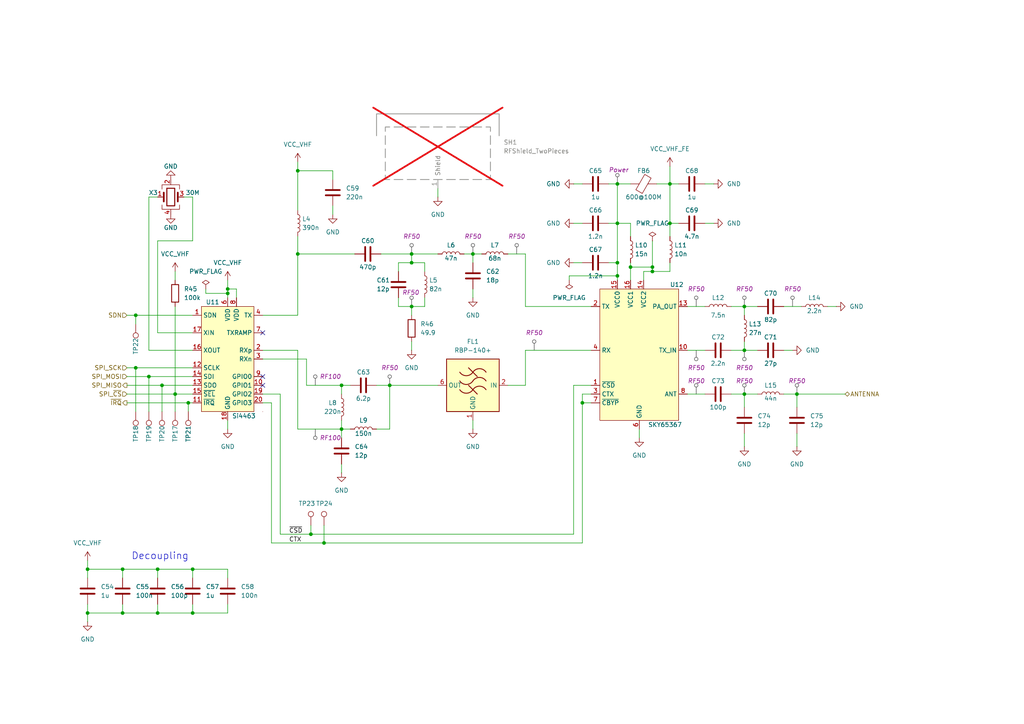
<source format=kicad_sch>
(kicad_sch (version 20250114) (generator "eeschema") (generator_version "9.0")
  (paper "A4")
  (title_block (title "Spino Com System - RF VHF") (date "2025-03-24") (rev "v2.1") (company "AMSAT-F/Electrolab - Y.Avelino/A.Meckenstock "))
  (lib_symbols
    (symbol "Connector:TestPoint" (pin_numbers (hide yes)) (pin_names (offset 0.762) (hide yes))
      (property "Reference" "TP" (at 0 6.858 0))
      (property "Value" "TestPoint" (at 0 5.08 0))
      (symbol "TestPoint_1_1"
        (pin passive line (at 0 0 90) (length 2.54) (name "1") (number "1"))
      )
    )
    (symbol "Device:C" (pin_numbers (hide yes)) (pin_names (offset 0.254))
      (property "Reference" "C" (at 0.635 2.54 0))
      (property "Value" "C" (at 0.635 -2.54 0))
      (symbol "C_1_1"
        (pin passive line (at 0 3.81 270) (length 2.794) (name "~") (number "1"))
        (pin passive line (at 0 -3.81 90) (length 2.794) (name "~") (number "2"))
      )
    )
    (symbol "Device:Crystal_GND24" (pin_names (offset 1.016) (hide yes))
      (property "Reference" "Y" (at 3.175 5.08 0))
      (property "Value" "Crystal_GND24" (at 3.175 3.175 0))
      (symbol "Crystal_GND24_1_1"
        (pin passive line (at -3.81 0 0) (length 1.27) (name "1") (number "1"))
        (pin passive line (at 0 5.08 270) (length 1.27) (name "2") (number "2"))
        (pin passive line (at 0 -5.08 90) (length 1.27) (name "4") (number "4"))
        (pin passive line (at 3.81 0 180) (length 1.27) (name "3") (number "3"))
      )
    )
    (symbol "Device:FerriteBead" (pin_numbers (hide yes)) (pin_names (offset 0))
      (property "Reference" "FB" (at -3.81 0.635 90))
      (property "Value" "FerriteBead" (at 3.81 0 90))
      (symbol "FerriteBead_1_1"
        (pin passive line (at 0 3.81 270) (length 2.54) (name "~") (number "1"))
        (pin passive line (at 0 -3.81 90) (length 2.54) (name "~") (number "2"))
      )
    )
    (symbol "Device:L" (pin_numbers (hide yes)) (pin_names (offset 1.016) (hide yes))
      (property "Reference" "L" (at -1.27 0 90))
      (property "Value" "L" (at 1.905 0 90))
      (symbol "L_1_1"
        (pin passive line (at 0 3.81 270) (length 1.27) (name "1") (number "1"))
        (pin passive line (at 0 -3.81 90) (length 1.27) (name "2") (number "2"))
      )
    )
    (symbol "Device:R" (pin_numbers (hide yes)) (pin_names (offset 0))
      (property "Reference" "R" (at 2.032 0 90))
      (property "Value" "R" (at 0 0 90))
      (symbol "R_1_1"
        (pin passive line (at 0 3.81 270) (length 1.27) (name "~") (number "1"))
        (pin passive line (at 0 -3.81 90) (length 1.27) (name "~") (number "2"))
      )
    )
    (symbol "Device:RFShield_TwoPieces" (pin_names (offset 1.016))
      (property "Reference" "J" (at 0 5.08 0))
      (property "Value" "RFShield_TwoPieces" (at 0 2.54 0))
      (symbol "RFShield_TwoPieces_1_1"
        (pin passive line (at 0 -10.16 90) (length 2.54) (name "Shield") (number "1"))
      )
    )
    (symbol "RF:Si4463"
      (property "Reference" "U" (at -6.35 16.51 0))
      (property "Value" "Si4463" (at 6.35 16.51 0))
      (symbol "Si4463_1_1"
        (pin input line (at -10.16 12.7 0) (length 2.54) (name "SDN") (number "1"))
        (pin input line (at -10.16 7.62 0) (length 2.54) (name "XIN") (number "17"))
        (pin passive line (at -10.16 2.54 0) (length 2.54) (name "XOUT") (number "16"))
        (pin input line (at -10.16 -2.54 0) (length 2.54) (name "SCLK") (number "12"))
        (pin input line (at -10.16 -5.08 0) (length 2.54) (name "SDI") (number "14"))
        (pin output line (at -10.16 -7.62 0) (length 2.54) (name "SDO") (number "13"))
        (pin input line (at -10.16 -10.16 0) (length 2.54) (name "~{SEL}") (number "15"))
        (pin open_collector line (at -10.16 -12.7 0) (length 2.54) (name "~{IRQ}") (number "11"))
        (pin power_in line (at 0 17.78 270) (length 2.54) (name "VDD") (number "6"))
        (pin power_in line (at 0 -17.78 90) (length 2.54) (name "GND") (number "18"))
        (pin passive line (at 0 -17.78 90) (length 2.54) (hide yes) (name "GND") (number "21"))
        (pin power_in line (at 2.54 17.78 270) (length 2.54) (name "VDD") (number "8"))
        (pin no_connect line (at 7.62 -15.24 180) (length 2.54) (hide yes) (name "NC") (number "5"))
        (pin output line (at 10.16 12.7 180) (length 2.54) (name "TX") (number "4"))
        (pin output line (at 10.16 7.62 180) (length 2.54) (name "TXRAMP") (number "7"))
        (pin input line (at 10.16 2.54 180) (length 2.54) (name "RXp") (number "2"))
        (pin input line (at 10.16 0 180) (length 2.54) (name "RXn") (number "3"))
        (pin bidirectional line (at 10.16 -5.08 180) (length 2.54) (name "GPIO0") (number "9"))
        (pin bidirectional line (at 10.16 -7.62 180) (length 2.54) (name "GPIO1") (number "10"))
        (pin bidirectional line (at 10.16 -10.16 180) (length 2.54) (name "GPIO2") (number "19"))
        (pin bidirectional line (at 10.16 -12.7 180) (length 2.54) (name "GPIO3") (number "20"))
      )
    )
    (symbol "RF_Amplifier_spino_cs:SKY65367"
      (property "Reference" "U" (at 8.89 19.05 0))
      (property "Value" "SKY65367" (at 6.35 -21.59 0))
      (symbol "SKY65367_1_1"
        (pin input line (at -13.97 12.7 0) (length 2.54) (name "TX") (number "2"))
        (pin output line (at -13.97 0 0) (length 2.54) (name "RX") (number "4"))
        (pin input line (at -13.97 -10.16 0) (length 2.54) (name "~{CSD}") (number "1"))
        (pin input line (at -13.97 -12.7 0) (length 2.54) (name "CTX") (number "3"))
        (pin input line (at -13.97 -15.24 0) (length 2.54) (name "~{CBYP}") (number "7"))
        (pin power_in line (at -6.35 20.32 270) (length 2.54) (name "VCC0") (number "15"))
        (pin no_connect line (at -3.81 -22.86 90) (length 2.54) (hide yes) (name "NC") (number "5"))
        (pin power_in line (at -2.54 20.32 270) (length 2.54) (name "VCC1") (number "16"))
        (pin power_in line (at 0 -22.86 90) (length 2.54) (hide yes) (name "GND") (number "11"))
        (pin power_in line (at 0 -22.86 90) (length 2.54) (hide yes) (name "GND") (number "12"))
        (pin power_in line (at 0 -22.86 90) (length 2.54) (hide yes) (name "GND") (number "17"))
        (pin power_in line (at 0 -22.86 90) (length 2.54) (name "GND") (number "6"))
        (pin power_in line (at 0 -22.86 90) (length 2.54) (hide yes) (name "GND") (number "9"))
        (pin power_in line (at 1.27 20.32 270) (length 2.54) (name "VCC2") (number "14"))
        (pin output line (at 13.97 12.7 180) (length 2.54) (name "PA_OUT") (number "13"))
        (pin input line (at 13.97 0 180) (length 2.54) (name "TX_IN") (number "10"))
        (pin bidirectional line (at 13.97 -12.7 180) (length 2.54) (name "ANT") (number "8"))
      )
    )
    (symbol "RF_Filter_spino_cs:RBP-140+"
      (property "Reference" "FL" (at 0 8.89 0))
      (property "Value" "RBP-140+" (at 3.81 -8.89 0))
      (symbol "RBP-140+_1_1"
        (pin passive line (at -10.16 0 0) (length 2.54) (name "IN") (number "2"))
        (pin passive line (at 0 -10.16 90) (length 2.54) (name "GND") (number "1"))
        (pin passive line (at 0 -10.16 90) (length 2.54) (hide yes) (name "GND") (number "3"))
        (pin passive line (at 0 -10.16 90) (length 2.54) (hide yes) (name "GND") (number "4"))
        (pin passive line (at 0 -10.16 90) (length 2.54) (hide yes) (name "GND") (number "5"))
        (pin passive line (at 0 -10.16 90) (length 2.54) (hide yes) (name "GND") (number "7"))
        (pin passive line (at 0 -10.16 90) (length 2.54) (hide yes) (name "GND") (number "8"))
        (pin passive line (at 10.16 0 180) (length 2.54) (name "OUT") (number "6"))
      )
    )
    (symbol "power:GND" (power) (pin_numbers (hide yes)) (pin_names (offset 0) (hide yes))
      (property "Value" "GND" (at 0 -3.81 0))
      (symbol "GND_1_1"
        (pin power_in line (at 0 0 270) (length 0) (name "~") (number "1"))
      )
    )
    (symbol "power:PWR_FLAG" (power) (pin_numbers (hide yes)) (pin_names (offset 0) (hide yes))
      (property "Value" "PWR_FLAG" (at 0 3.81 0))
      (symbol "PWR_FLAG_0_0"
        (pin power_out line (at 0 0 90) (length 0) (name "~") (number "1"))
      )
    )
    (symbol "power_spino_cs:VCC_VHF" (power) (pin_names (offset 0))
      (property "Value" "VCC_VHF" (at 0 3.81 0))
      (symbol "VCC_VHF_1_1"
        (pin power_in line (at 0 0 90) (length 0) (hide yes) (name "VCC_VHF") (number "1"))
      )
    )
    (symbol "power_spino_cs:VCC_VHF_FE" (power) (pin_names (offset 0))
      (property "Value" "VCC_VHF_FE" (at 0 3.81 0))
      (symbol "VCC_VHF_FE_1_1"
        (pin power_in line (at 0 0 90) (length 0) (hide yes) (name "VCC_VHF_FE") (number "1"))
      )
    )
  )
  (text "Decoupling" (at 38.1 162.56 0) (effects (font (size 2 2)) (justify left bottom)))
  (junction (at 93.98 157.48))
  (junction (at 189.23 78.74))
  (junction (at 66.04 85.09))
  (junction (at 179.07 53.34))
  (junction (at 46.99 111.76))
  (junction (at 66.04 83.82))
  (junction (at 182.88 77.47))
  (junction (at 39.37 106.68))
  (junction (at 119.38 76.2))
  (junction (at 35.56 177.8))
  (junction (at 90.17 154.94))
  (junction (at 119.38 73.66))
  (junction (at 55.88 177.8))
  (junction (at 86.36 49.53))
  (junction (at 45.72 177.8))
  (junction (at 99.06 111.76))
  (junction (at 113.03 111.76))
  (junction (at 55.88 165.1))
  (junction (at 179.07 80.01))
  (junction (at 50.8 114.3))
  (junction (at 231.14 114.3))
  (junction (at 215.9 114.3))
  (junction (at 54.61 116.84))
  (junction (at 43.18 109.22))
  (junction (at 86.36 73.66))
  (junction (at 137.16 73.66))
  (junction (at 25.4 177.8))
  (junction (at 194.31 53.34))
  (junction (at 35.56 165.1))
  (junction (at 179.07 64.77))
  (junction (at 25.4 165.1))
  (junction (at 194.31 64.77))
  (junction (at 189.23 77.47))
  (junction (at 179.07 76.2))
  (junction (at 39.37 91.44))
  (junction (at 168.91 116.84))
  (junction (at 99.06 124.46))
  (junction (at 215.9 88.9))
  (junction (at 119.38 88.9))
  (junction (at 45.72 165.1))
  (junction (at 215.9 101.6))
  (no_connect (at 76.2 96.52))
  (no_connect (at 76.2 111.76))
  (no_connect (at 76.2 109.22))
  (wire (pts (xy 36.83 91.44) (xy 39.37 91.44)))
  (wire (pts (xy 190.5 53.34) (xy 194.31 53.34)))
  (wire (pts (xy 66.04 83.82) (xy 66.04 85.09)))
  (wire (pts (xy 90.17 154.94) (xy 166.37 154.94)))
  (wire (pts (xy 81.28 154.94) (xy 81.28 114.3)))
  (wire (pts (xy 152.4 88.9) (xy 152.4 73.66)))
  (wire (pts (xy 168.91 157.48) (xy 168.91 116.84)))
  (wire (pts (xy 194.31 78.74) (xy 194.31 76.2)))
  (wire (pts (xy 194.31 64.77) (xy 194.31 68.58)))
  (wire (pts (xy 90.17 154.94) (xy 81.28 154.94)))
  (wire (pts (xy 45.72 175.26) (xy 45.72 177.8)))
  (wire (pts (xy 194.31 53.34) (xy 194.31 64.77)))
  (wire (pts (xy 99.06 111.76) (xy 99.06 114.3)))
  (wire (pts (xy 137.16 83.82) (xy 137.16 86.36)))
  (wire (pts (xy 43.18 109.22) (xy 43.18 119.38)))
  (wire (pts (xy 137.16 121.92) (xy 137.16 124.46)))
  (wire (pts (xy 189.23 78.74) (xy 194.31 78.74)))
  (wire (pts (xy 227.33 101.6) (xy 229.87 101.6)))
  (wire (pts (xy 176.53 64.77) (xy 179.07 64.77)))
  (wire (pts (xy 25.4 165.1) (xy 35.56 165.1)))
  (wire (pts (xy 43.18 57.15) (xy 45.72 57.15)))
  (wire (pts (xy 55.88 165.1) (xy 66.04 165.1)))
  (wire (pts (xy 99.06 121.92) (xy 99.06 124.46)))
  (wire (pts (xy 86.36 49.53) (xy 96.52 49.53)))
  (wire (pts (xy 78.74 116.84) (xy 78.74 157.48)))
  (wire (pts (xy 39.37 91.44) (xy 39.37 93.98)))
  (wire (pts (xy 45.72 69.85) (xy 45.72 96.52)))
  (wire (pts (xy 25.4 177.8) (xy 35.56 177.8)))
  (wire (pts (xy 99.06 124.46) (xy 99.06 127)))
  (wire (pts (xy 25.4 162.56) (xy 25.4 165.1)))
  (wire (pts (xy 66.04 85.09) (xy 66.04 86.36)))
  (wire (pts (xy 194.31 64.77) (xy 196.85 64.77)))
  (wire (pts (xy 182.88 64.77) (xy 182.88 68.58)))
  (wire (pts (xy 35.56 175.26) (xy 35.56 177.8)))
  (wire (pts (xy 88.9 111.76) (xy 99.06 111.76)))
  (wire (pts (xy 81.28 114.3) (xy 76.2 114.3)))
  (wire (pts (xy 88.9 104.14) (xy 88.9 111.76)))
  (wire (pts (xy 55.88 175.26) (xy 55.88 177.8)))
  (wire (pts (xy 166.37 53.34) (xy 168.91 53.34)))
  (wire (pts (xy 109.22 124.46) (xy 113.03 124.46)))
  (wire (pts (xy 35.56 165.1) (xy 45.72 165.1)))
  (wire (pts (xy 179.07 76.2) (xy 179.07 80.01)))
  (wire (pts (xy 134.62 73.66) (xy 137.16 73.66)))
  (wire (pts (xy 53.34 57.15) (xy 55.88 57.15)))
  (wire (pts (xy 25.4 175.26) (xy 25.4 177.8)))
  (wire (pts (xy 93.98 157.48) (xy 93.98 152.4)))
  (wire (pts (xy 215.9 88.9) (xy 219.71 88.9)))
  (wire (pts (xy 66.04 83.82) (xy 68.58 83.82)))
  (wire (pts (xy 39.37 106.68) (xy 55.88 106.68)))
  (wire (pts (xy 113.03 124.46) (xy 113.03 111.76)))
  (wire (pts (xy 101.6 111.76) (xy 99.06 111.76)))
  (wire (pts (xy 76.2 116.84) (xy 78.74 116.84)))
  (wire (pts (xy 99.06 134.62) (xy 99.06 137.16)))
  (wire (pts (xy 176.53 76.2) (xy 179.07 76.2)))
  (wire (pts (xy 171.45 111.76) (xy 166.37 111.76)))
  (wire (pts (xy 36.83 106.68) (xy 39.37 106.68)))
  (wire (pts (xy 45.72 165.1) (xy 45.72 167.64)))
  (wire (pts (xy 90.17 154.94) (xy 90.17 152.4)))
  (wire (pts (xy 86.36 46.99) (xy 86.36 49.53)))
  (wire (pts (xy 45.72 177.8) (xy 55.88 177.8)))
  (wire (pts (xy 45.72 165.1) (xy 55.88 165.1)))
  (wire (pts (xy 215.9 101.6) (xy 219.71 101.6)))
  (wire (pts (xy 115.57 76.2) (xy 115.57 78.74)))
  (wire (pts (xy 212.09 88.9) (xy 215.9 88.9)))
  (wire (pts (xy 186.69 78.74) (xy 189.23 78.74)))
  (wire (pts (xy 66.04 165.1) (xy 66.04 167.64)))
  (wire (pts (xy 199.39 114.3) (xy 204.47 114.3)))
  (wire (pts (xy 86.36 124.46) (xy 86.36 101.6)))
  (wire (pts (xy 137.16 73.66) (xy 139.7 73.66)))
  (wire (pts (xy 215.9 88.9) (xy 215.9 91.44)))
  (wire (pts (xy 231.14 114.3) (xy 231.14 118.11)))
  (wire (pts (xy 231.14 125.73) (xy 231.14 129.54)))
  (wire (pts (xy 113.03 111.76) (xy 127 111.76)))
  (wire (pts (xy 93.98 157.48) (xy 168.91 157.48)))
  (wire (pts (xy 36.83 111.76) (xy 46.99 111.76)))
  (wire (pts (xy 204.47 64.77) (xy 207.01 64.77)))
  (wire (pts (xy 86.36 73.66) (xy 86.36 68.58)))
  (wire (pts (xy 119.38 88.9) (xy 119.38 91.44)))
  (wire (pts (xy 86.36 73.66) (xy 102.87 73.66)))
  (wire (pts (xy 54.61 116.84) (xy 54.61 119.38)))
  (wire (pts (xy 168.91 116.84) (xy 168.91 114.3)))
  (wire (pts (xy 55.88 177.8) (xy 66.04 177.8)))
  (wire (pts (xy 25.4 177.8) (xy 25.4 180.34)))
  (wire (pts (xy 35.56 177.8) (xy 45.72 177.8)))
  (wire (pts (xy 119.38 76.2) (xy 115.57 76.2)))
  (wire (pts (xy 50.8 114.3) (xy 50.8 119.38)))
  (wire (pts (xy 43.18 101.6) (xy 43.18 57.15)))
  (wire (pts (xy 179.07 64.77) (xy 179.07 76.2)))
  (wire (pts (xy 182.88 77.47) (xy 189.23 77.47)))
  (wire (pts (xy 113.03 111.76) (xy 109.22 111.76)))
  (wire (pts (xy 199.39 101.6) (xy 204.47 101.6)))
  (wire (pts (xy 66.04 177.8) (xy 66.04 175.26)))
  (wire (pts (xy 55.88 69.85) (xy 45.72 69.85)))
  (wire (pts (xy 78.74 157.48) (xy 93.98 157.48)))
  (wire (pts (xy 240.03 88.9) (xy 242.57 88.9)))
  (wire (pts (xy 25.4 167.64) (xy 25.4 165.1)))
  (wire (pts (xy 46.99 111.76) (xy 55.88 111.76)))
  (wire (pts (xy 147.32 111.76) (xy 152.4 111.76)))
  (wire (pts (xy 231.14 114.3) (xy 245.11 114.3)))
  (wire (pts (xy 212.09 101.6) (xy 215.9 101.6)))
  (wire (pts (xy 152.4 73.66) (xy 147.32 73.66)))
  (wire (pts (xy 50.8 78.74) (xy 50.8 81.28)))
  (wire (pts (xy 215.9 99.06) (xy 215.9 101.6)))
  (wire (pts (xy 50.8 114.3) (xy 55.88 114.3)))
  (wire (pts (xy 86.36 73.66) (xy 86.36 91.44)))
  (wire (pts (xy 127 54.61) (xy 127 57.15)))
  (wire (pts (xy 168.91 114.3) (xy 171.45 114.3)))
  (wire (pts (xy 168.91 116.84) (xy 171.45 116.84)))
  (wire (pts (xy 36.83 114.3) (xy 50.8 114.3)))
  (wire (pts (xy 99.06 124.46) (xy 86.36 124.46)))
  (wire (pts (xy 189.23 69.85) (xy 189.23 77.47)))
  (wire (pts (xy 165.1 81.28) (xy 165.1 80.01)))
  (wire (pts (xy 215.9 114.3) (xy 219.71 114.3)))
  (wire (pts (xy 54.61 116.84) (xy 55.88 116.84)))
  (wire (pts (xy 66.04 81.28) (xy 66.04 83.82)))
  (wire (pts (xy 86.36 91.44) (xy 76.2 91.44)))
  (wire (pts (xy 96.52 59.69) (xy 96.52 62.23)))
  (wire (pts (xy 152.4 101.6) (xy 152.4 111.76)))
  (wire (pts (xy 171.45 88.9) (xy 152.4 88.9)))
  (wire (pts (xy 76.2 104.14) (xy 88.9 104.14)))
  (wire (pts (xy 166.37 76.2) (xy 168.91 76.2)))
  (wire (pts (xy 115.57 86.36) (xy 115.57 88.9)))
  (wire (pts (xy 194.31 48.26) (xy 194.31 53.34)))
  (wire (pts (xy 137.16 73.66) (xy 137.16 76.2)))
  (wire (pts (xy 194.31 53.34) (xy 196.85 53.34)))
  (wire (pts (xy 215.9 114.3) (xy 215.9 118.11)))
  (wire (pts (xy 215.9 125.73) (xy 215.9 129.54)))
  (wire (pts (xy 119.38 73.66) (xy 127 73.66)))
  (wire (pts (xy 182.88 64.77) (xy 179.07 64.77)))
  (wire (pts (xy 165.1 80.01) (xy 179.07 80.01)))
  (wire (pts (xy 86.36 60.96) (xy 86.36 49.53)))
  (wire (pts (xy 66.04 121.92) (xy 66.04 124.46)))
  (wire (pts (xy 179.07 53.34) (xy 182.88 53.34)))
  (wire (pts (xy 76.2 101.6) (xy 86.36 101.6)))
  (wire (pts (xy 96.52 49.53) (xy 96.52 52.07)))
  (wire (pts (xy 185.42 124.46) (xy 185.42 127)))
  (wire (pts (xy 119.38 99.06) (xy 119.38 101.6)))
  (wire (pts (xy 123.19 78.74) (xy 123.19 76.2)))
  (wire (pts (xy 59.69 85.09) (xy 66.04 85.09)))
  (wire (pts (xy 204.47 53.34) (xy 207.01 53.34)))
  (wire (pts (xy 212.09 114.3) (xy 215.9 114.3)))
  (wire (pts (xy 55.88 165.1) (xy 55.88 167.64)))
  (wire (pts (xy 182.88 76.2) (xy 182.88 77.47)))
  (wire (pts (xy 36.83 109.22) (xy 43.18 109.22)))
  (wire (pts (xy 50.8 88.9) (xy 50.8 114.3)))
  (wire (pts (xy 179.07 53.34) (xy 179.07 64.77)))
  (wire (pts (xy 227.33 114.3) (xy 231.14 114.3)))
  (wire (pts (xy 59.69 83.82) (xy 59.69 85.09)))
  (wire (pts (xy 166.37 64.77) (xy 168.91 64.77)))
  (wire (pts (xy 179.07 80.01) (xy 179.07 81.28)))
  (wire (pts (xy 110.49 73.66) (xy 119.38 73.66)))
  (wire (pts (xy 39.37 91.44) (xy 55.88 91.44)))
  (wire (pts (xy 227.33 88.9) (xy 232.41 88.9)))
  (wire (pts (xy 119.38 88.9) (xy 123.19 88.9)))
  (wire (pts (xy 171.45 101.6) (xy 152.4 101.6)))
  (wire (pts (xy 35.56 165.1) (xy 35.56 167.64)))
  (wire (pts (xy 46.99 111.76) (xy 46.99 119.38)))
  (wire (pts (xy 99.06 124.46) (xy 101.6 124.46)))
  (wire (pts (xy 43.18 109.22) (xy 55.88 109.22)))
  (wire (pts (xy 45.72 96.52) (xy 55.88 96.52)))
  (wire (pts (xy 55.88 101.6) (xy 43.18 101.6)))
  (wire (pts (xy 55.88 57.15) (xy 55.88 69.85)))
  (wire (pts (xy 176.53 53.34) (xy 179.07 53.34)))
  (wire (pts (xy 119.38 76.2) (xy 119.38 73.66)))
  (wire (pts (xy 68.58 83.82) (xy 68.58 86.36)))
  (wire (pts (xy 36.83 116.84) (xy 54.61 116.84)))
  (wire (pts (xy 166.37 111.76) (xy 166.37 154.94)))
  (wire (pts (xy 182.88 77.47) (xy 182.88 81.28)))
  (wire (pts (xy 199.39 88.9) (xy 204.47 88.9)))
  (wire (pts (xy 39.37 106.68) (xy 39.37 119.38)))
  (wire (pts (xy 186.69 81.28) (xy 186.69 78.74)))
  (wire (pts (xy 189.23 77.47) (xy 189.23 78.74)))
  (wire (pts (xy 115.57 88.9) (xy 119.38 88.9)))
  (wire (pts (xy 123.19 88.9) (xy 123.19 86.36)))
  (wire (pts (xy 123.19 76.2) (xy 119.38 76.2)))
  (label "~{CSD}" (at 83.82 154.94 0))
  (label "CTX" (at 83.82 157.48 0))
  (hierarchical_label "SPI_MISO" (shape output) (at 36.83 111.76 180))
  (hierarchical_label "SPI_SCK" (shape input) (at 36.83 106.68 180))
  (hierarchical_label "ANTENNA" (shape bidirectional) (at 245.11 114.3 0))
  (hierarchical_label "SDN" (shape input) (at 36.83 91.44 180))
  (hierarchical_label "SPI_MOSI" (shape input) (at 36.83 109.22 180))
  (hierarchical_label "SPI_~{CS}" (shape input) (at 36.83 114.3 180))
  (hierarchical_label "~{IRQ}" (shape output) (at 36.83 116.84 180))
  (netclass_flag "" (length 2.54) (shape round) (at 154.94 101.6 0) (property "Netclass" "RF50" (at 154.94 96.52 0) (effects (font (italic yes)))))
  (netclass_flag "" (length 2.54) (shape round) (at 119.38 88.9 0) (property "Netclass" "RF50" (at 119.126 84.836 0) (effects (font (italic yes)))))
  (netclass_flag "" (length 2.54) (shape round) (at 119.38 73.66 0) (property "Netclass" "RF50" (at 119.38 68.58 0) (effects (font (italic yes)))))
  (netclass_flag "" (length 2.54) (shape round) (at 215.9 114.3 0) (property "Netclass" "RF50" (at 215.9 110.49 0) (effects (font (italic yes)))))
  (netclass_flag "" (length 2.54) (shape round) (at 201.93 114.3 0) (property "Netclass" "RF50" (at 201.93 110.49 0) (effects (font (italic yes)))))
  (netclass_flag "" (length 2.54) (shape round) (at 231.14 114.3 0) (property "Netclass" "RF50" (at 231.14 110.49 0) (effects (font (italic yes)))))
  (netclass_flag "" (length 2.54) (shape round) (at 215.9 88.9 0) (property "Netclass" "RF50" (at 215.9 83.82 0) (effects (font (italic yes)))))
  (netclass_flag "" (length 2.54) (shape round) (at 91.44 124.46 180) (property "Netclass" "RF100" (at 92.71 127 0) (effects (font (italic yes)) (justify left))))
  (netclass_flag "" (length 2.54) (shape round) (at 215.9 101.6 180) (property "Netclass" "RF50" (at 215.9 106.68 0) (effects (font (italic yes)))))
  (netclass_flag "" (length 2.54) (shape round) (at 149.86 73.66 0) (property "Netclass" "RF50" (at 149.86 68.58 0) (effects (font (italic yes)))))
  (netclass_flag "" (length 2.54) (shape round) (at 137.16 73.66 0) (property "Netclass" "RF50" (at 137.16 68.58 0) (effects (font (italic yes)))))
  (netclass_flag "" (length 2.54) (shape round) (at 229.87 88.9 0) (property "Netclass" "RF50" (at 229.87 83.82 0) (effects (font (italic yes)))))
  (netclass_flag "" (length 2.54) (shape round) (at 201.93 88.9 0) (property "Netclass" "RF50" (at 201.93 83.82 0) (effects (font (italic yes)))))
  (netclass_flag "" (length 2.54) (shape round) (at 91.44 111.76 0) (property "Netclass" "RF100" (at 92.71 109.22 0) (effects (font (italic yes)) (justify left))))
  (netclass_flag "" (length 2.54) (shape round) (at 113.03 111.76 0) (property "Netclass" "RF50" (at 113.03 106.68 0) (effects (font (italic yes)))))
  (netclass_flag "" (length 2.54) (shape round) (at 179.07 53.34 0) (property "Netclass" "Power" (at 176.53 49.276 0) (effects (font (italic yes)) (justify left))))
  (netclass_flag "" (length 2.54) (shape round) (at 201.93 101.6 180) (property "Netclass" "RF50" (at 201.93 106.68 0) (effects (font (italic yes)))))
  (symbol (lib_id "power:GND") (at 49.53 62.23 0) (unit 1)
    (property "Reference" "#PWR041" (effects (hide yes)))
    (property "Value" "GND" (at 49.53 66.04 0))
    (property "Description" "Power symbol creates a global label with name \"GND\" , ground" (effects (hide yes)))
  )
  (symbol (lib_id "Device:C") (at 96.52 55.88 0) (unit 1)
    (property "Reference" "C59" (at 100.33 54.6099 0) (effects (justify left)))
    (property "Value" "220n" (at 100.33 57.1499 0) (effects (justify left)))
    (property "Footprint" "Capacitor_SMD:C_0402_1005Metric" (effects (hide yes)))
    (property "Description" "Unpolarized capacitor" (effects (hide yes)))
    (property "SKU" "GCM155R71C224KE02D" (effects (hide yes)))
    (property "Temp Coeff" "X7R" (effects (hide yes)))
    (property "Tolerance" "10%" (effects (hide yes)))
    (property "Vendor" "Murata" (effects (hide yes)))
  )
  (symbol (lib_id "Device:RFShield_TwoPieces") (at 127 44.45 0) (unit 1) (dnp yes)
    (property "Reference" "SH1" (at 146.05 41.275 0) (effects (justify left)))
    (property "Value" "RFShield_TwoPieces" (at 146.05 43.815 0) (effects (justify left)))
    (property "Footprint" "RF_Shielding_spino_cs:Wuerth_3670405_40.5x18.9mm_CustomBottomLeftOpening2.2mm" (effects (hide yes)))
    (property "Description" "Two-piece EMI RF shielding cabinet" (effects (hide yes)))
    (property "SKU" "3670405" (effects (hide yes)))
    (property "Vendor" "Würth" (effects (hide yes)))
  )
  (symbol (lib_id "power_spino_cs:VCC_VHF") (at 25.4 162.56 0) (unit 1)
    (property "Reference" "#PWR0124" (effects (hide yes)))
    (property "Value" "VCC_VHF" (at 25.4 157.48 0))
    (property "Description" "Power symbol creates a global label with name \"VCC_VHF\"" (effects (hide yes)))
  )
  (symbol (lib_id "Device:C") (at 231.14 121.92 0) (unit 1)
    (property "Reference" "C75" (at 234.95 120.6499 0) (effects (justify left)))
    (property "Value" "12p" (at 234.95 123.1899 0) (effects (justify left)))
    (property "Footprint" "Capacitor_SMD:C_0603_1608Metric" (effects (hide yes)))
    (property "Description" "Unpolarized capacitor" (effects (hide yes)))
    (property "Temp Coeff" "C0G" (effects (hide yes)))
    (property "Tolerance" "1%" (effects (hide yes)))
    (property "SKU" "GCM1885C2A120FA16D" (effects (hide yes)))
    (property "Vendor" "Murata" (effects (hide yes)))
  )
  (symbol (lib_id "Device:C") (at 105.41 111.76 90) (unit 1)
    (property "Reference" "C63" (at 105.41 107.95 90))
    (property "Value" "6.2p" (at 105.41 115.57 90))
    (property "Footprint" "Capacitor_SMD:C_0603_1608Metric" (effects (hide yes)))
    (property "Description" "Unpolarized capacitor" (effects (hide yes)))
    (property "SKU" "GCM1885C2A6R2BA16D" (effects (hide yes)))
    (property "Temp Coeff" "C0G" (effects (hide yes)))
    (property "Tolerance" "0.1p" (effects (hide yes)))
    (property "Vendor" "Murata" (effects (hide yes)))
  )
  (symbol (lib_id "power:GND") (at 185.42 127 0) (unit 1)
    (property "Reference" "#PWR036" (effects (hide yes)))
    (property "Value" "GND" (at 185.42 132.08 0))
    (property "Description" "Power symbol creates a global label with name \"GND\" , ground" (effects (hide yes)))
  )
  (symbol (lib_id "Device:C") (at 172.72 64.77 270) (unit 1)
    (property "Reference" "C66" (at 172.72 60.96 90))
    (property "Value" "1.2n" (at 172.72 68.58 90))
    (property "Footprint" "Capacitor_SMD:C_0402_1005Metric" (effects (hide yes)))
    (property "Description" "Unpolarized capacitor" (effects (hide yes)))
    (property "SKU" "GCM155R72A122KA37D" (effects (hide yes)))
    (property "Temp Coeff" "X7R???" (effects (hide yes)))
    (property "Tolerance" "10%" (effects (hide yes)))
    (property "Vendor" "Murata" (effects (hide yes)))
  )
  (symbol (lib_id "Device:C") (at 55.88 171.45 0) (unit 1)
    (property "Reference" "C57" (at 59.69 170.1799 0) (effects (justify left)))
    (property "Value" "1u" (at 59.69 172.7199 0) (effects (justify left)))
    (property "Footprint" "Capacitor_SMD:C_0402_1005Metric" (effects (hide yes)))
    (property "Description" "Unpolarized capacitor" (effects (hide yes)))
    (property "SKU" "GCM155C71A105KE38D" (effects (hide yes)))
    (property "Temp Coeff" "X7S" (effects (hide yes)))
    (property "Vendor" "Murata" (effects (hide yes)))
  )
  (symbol (lib_id "Device:Crystal_GND24") (at 49.53 57.15 0) (unit 1)
    (property "Reference" "X3" (at 44.45 55.88 0))
    (property "Value" "30M" (at 55.88 55.88 0))
    (property "Footprint" "Crystal:Crystal_SMD_2016-4Pin_2.0x1.6mm" (effects (hide yes)))
    (property "Description" "Four pin crystal, GND on pins 2 and 4" (effects (hide yes)))
    (property "Vendor" "Würth" (effects (hide yes)))
    (property "SKU" "830108212809" (effects (hide yes)))
  )
  (symbol (lib_id "power:GND") (at 127 57.15 0) (unit 1)
    (property "Reference" "#PWR0132" (effects (hide yes)))
    (property "Value" "GND" (at 127 62.23 0))
    (property "Description" "Power symbol creates a global label with name \"GND\" , ground" (effects (hide yes)))
  )
  (symbol (lib_id "Device:L") (at 123.19 82.55 0) (unit 1)
    (property "Reference" "L5" (at 124.46 81.28 0) (effects (justify left)))
    (property "Value" "82n" (at 124.46 83.82 0) (effects (justify left)))
    (property "Footprint" "Inductor_SMD:L_0603_1608Metric" (effects (hide yes)))
    (property "Description" "Inductor" (effects (hide yes)))
    (property "SKU" "0603DC-82NXJRW" (effects (hide yes)))
    (property "Tolerance" "5%" (effects (hide yes)))
    (property "Vendor" "Coilcraft" (effects (hide yes)))
  )
  (symbol (lib_id "Device:L") (at 105.41 124.46 90) (unit 1)
    (property "Reference" "L9" (at 105.41 121.92 90))
    (property "Value" "150n" (at 105.41 125.73 90))
    (property "Footprint" "Inductor_SMD:L_0603_1608Metric" (effects (hide yes)))
    (property "Description" "Inductor" (effects (hide yes)))
    (property "SKU" "0603DC-R15XJRW" (effects (hide yes)))
    (property "Tolerance" "5%" (effects (hide yes)))
    (property "Vendor" "Coilcraft" (effects (hide yes)))
  )
  (symbol (lib_id "Device:L") (at 236.22 88.9 90) (unit 1)
    (property "Reference" "L14" (at 236.22 86.36 90))
    (property "Value" "2.2n" (at 236.22 90.17 90))
    (property "Footprint" "Inductor_SMD:L_0402_1005Metric" (effects (hide yes)))
    (property "Description" "Inductor" (effects (hide yes)))
    (property "SKU" "0402DC-2N2XJRW" (effects (hide yes)))
    (property "Tolerance" "2%" (effects (hide yes)))
    (property "Vendor" "Coilcraft" (effects (hide yes)))
  )
  (symbol (lib_id "RF_Amplifier_spino_cs:SKY65367") (at 185.42 101.6 0) (unit 1)
    (property "Reference" "U12" (at 194.31 82.55 0) (effects (justify left)))
    (property "Value" "SKY65367" (at 187.96 123.19 0) (effects (justify left)))
    (property "Footprint" "RF_spino_cs:Skyworks_MCM-L-16-1EP_4x4mm_P0.8mm_EP2x2mm" (effects (hide yes)))
    (property "Datasheet" "https://www.skyworksinc.com/-/media/SkyWorks/Documents/Products/1601-1700/SKY65367_11_PS_201956G.pdf" (effects (hide yes)))
    (property "Description" "169 to 170 MHz Transmit/Receive Front-End Module" (effects (hide yes)))
    (property "SKU" "SKY65367-11" (effects (hide yes)))
    (property "Vendor" "Skyworks" (effects (hide yes)))
  )
  (symbol (lib_id "Device:C") (at 172.72 76.2 270) (unit 1)
    (property "Reference" "C67" (at 172.72 72.39 90))
    (property "Value" "1.2n" (at 172.72 80.01 90))
    (property "Footprint" "Capacitor_SMD:C_0402_1005Metric" (effects (hide yes)))
    (property "Description" "Unpolarized capacitor" (effects (hide yes)))
    (property "SKU" "GCM155R72A122KA37D" (effects (hide yes)))
    (property "Temp Coeff" "X7R???" (effects (hide yes)))
    (property "Tolerance" "10%" (effects (hide yes)))
    (property "Vendor" "Murata" (effects (hide yes)))
  )
  (symbol (lib_id "power:GND") (at 242.57 88.9 90) (unit 1)
    (property "Reference" "#PWR039" (effects (hide yes)))
    (property "Value" "GND" (at 246.38 88.9 90) (effects (justify right)))
    (property "Description" "Power symbol creates a global label with name \"GND\" , ground" (effects (hide yes)))
  )
  (symbol (lib_id "Connector:TestPoint") (at 39.37 119.38 180) (unit 1) (in_bom no)
    (property "Reference" "TP18" (at 39.37 128.27 90) (effects (justify right)))
    (property "Value" "VHF_CLK" (effects (hide yes)))
    (property "Footprint" "TestPoint:TestPoint_Pad_D1.0mm" (effects (hide yes)))
    (property "Description" "test point" (effects (hide yes)))
  )
  (symbol (lib_id "Connector:TestPoint") (at 43.18 119.38 180) (unit 1) (in_bom no)
    (property "Reference" "TP19" (at 43.18 128.27 90) (effects (justify right)))
    (property "Value" "VHF_MOSI" (effects (hide yes)))
    (property "Footprint" "TestPoint:TestPoint_Pad_D1.0mm" (effects (hide yes)))
    (property "Description" "test point" (effects (hide yes)))
  )
  (symbol (lib_id "Device:C") (at 115.57 82.55 0) (unit 1)
    (property "Reference" "C61" (at 109.22 81.28 0) (effects (justify left)))
    (property "Value" "12p" (at 109.22 83.82 0) (effects (justify left)))
    (property "Footprint" "Capacitor_SMD:C_0603_1608Metric" (effects (hide yes)))
    (property "Description" "Unpolarized capacitor" (effects (hide yes)))
    (property "SKU" "GCM1885C2A120FA16D" (effects (hide yes)))
    (property "Temp Coeff" "C0G" (effects (hide yes)))
    (property "Tolerance" "1%" (effects (hide yes)))
    (property "Vendor" "Murata" (effects (hide yes)))
  )
  (symbol (lib_id "Device:L") (at 143.51 73.66 90) (unit 1)
    (property "Reference" "L7" (at 143.51 71.12 90))
    (property "Value" "68n" (at 143.51 74.93 90))
    (property "Footprint" "Inductor_SMD:L_0402_1005Metric" (effects (hide yes)))
    (property "Description" "Inductor" (effects (hide yes)))
    (property "SKU" "0402DC-68NXGRW" (effects (hide yes)))
    (property "Tolerance" "2%" (effects (hide yes)))
    (property "Vendor" "Coilcraft" (effects (hide yes)))
  )
  (symbol (lib_id "power:GND") (at 99.06 137.16 0) (unit 1)
    (property "Reference" "#PWR029" (effects (hide yes)))
    (property "Value" "GND" (at 99.06 142.24 0))
    (property "Description" "Power symbol creates a global label with name \"GND\" , ground" (effects (hide yes)))
  )
  (symbol (lib_id "power_spino_cs:VCC_VHF") (at 86.36 46.99 0) (unit 1)
    (property "Reference" "#PWR026" (effects (hide yes)))
    (property "Value" "VCC_VHF" (at 86.36 41.91 0))
    (property "Description" "Power symbol creates a global label with name \"VCC_VHF\"" (effects (hide yes)))
  )
  (symbol (lib_id "power:GND") (at 215.9 129.54 0) (unit 1)
    (property "Reference" "#PWR037" (effects (hide yes)))
    (property "Value" "GND" (at 215.9 134.62 0))
    (property "Description" "Power symbol creates a global label with name \"GND\" , ground" (effects (hide yes)))
  )
  (symbol (lib_id "Device:L") (at 130.81 73.66 90) (unit 1)
    (property "Reference" "L6" (at 130.81 71.12 90))
    (property "Value" "47n" (at 130.81 74.93 90))
    (property "Footprint" "Inductor_SMD:L_0402_1005Metric" (effects (hide yes)))
    (property "Description" "Inductor" (effects (hide yes)))
    (property "SKU" "0402DC-47NXGRW" (effects (hide yes)))
    (property "Tolerance" "2%" (effects (hide yes)))
    (property "Vendor" "Coilcraft" (effects (hide yes)))
  )
  (symbol (lib_id "power:GND") (at 166.37 64.77 270) (unit 1)
    (property "Reference" "#PWR033" (effects (hide yes)))
    (property "Value" "GND" (at 162.56 64.77 90) (effects (justify right)))
    (property "Description" "Power symbol creates a global label with name \"GND\" , ground" (effects (hide yes)))
  )
  (symbol (lib_id "Device:L") (at 86.36 64.77 0) (unit 1)
    (property "Reference" "L4" (at 87.63 63.5 0) (effects (justify left)))
    (property "Value" "390n" (at 87.63 66.04 0) (effects (justify left)))
    (property "Footprint" "Inductor_SMD:L_0603_1608Metric" (effects (hide yes)))
    (property "Description" "Inductor" (effects (hide yes)))
    (property "SKU" "0603DC-R39XJRW" (effects (hide yes)))
    (property "Tolerance" "5%" (effects (hide yes)))
    (property "Vendor" "Coilcraft" (effects (hide yes)))
  )
  (symbol (lib_id "Device:C") (at 200.66 53.34 90) (unit 1)
    (property "Reference" "C68" (at 200.66 49.53 90))
    (property "Value" "1u" (at 200.66 57.15 90))
    (property "Footprint" "Capacitor_SMD:C_0402_1005Metric" (effects (hide yes)))
    (property "Description" "Unpolarized capacitor" (effects (hide yes)))
    (property "SKU" "GCM155C71A105KE38D" (effects (hide yes)))
    (property "Temp Coeff" "X7S" (effects (hide yes)))
    (property "Vendor" "Murata" (effects (hide yes)))
  )
  (symbol (lib_id "power:GND") (at 66.04 124.46 0) (unit 1)
    (property "Reference" "#PWR024" (effects (hide yes)))
    (property "Value" "GND" (at 66.04 129.54 0))
    (property "Description" "Power symbol creates a global label with name \"GND\" , ground" (effects (hide yes)))
  )
  (symbol (lib_id "power:PWR_FLAG") (at 189.23 69.85 0) (unit 1)
    (property "Reference" "#FLG012" (effects (hide yes)))
    (property "Value" "PWR_FLAG" (at 189.23 64.77 0))
    (property "Description" "Special symbol for telling ERC where power comes from" (effects (hide yes)))
  )
  (symbol (lib_id "power:GND") (at 207.01 64.77 90) (unit 1)
    (property "Reference" "#PWR032" (effects (hide yes)))
    (property "Value" "GND" (at 210.82 64.77 90) (effects (justify right)))
    (property "Description" "Power symbol creates a global label with name \"GND\" , ground" (effects (hide yes)))
  )
  (symbol (lib_id "power:GND") (at 137.16 86.36 0) (unit 1)
    (property "Reference" "#PWR028" (effects (hide yes)))
    (property "Value" "GND" (at 137.16 91.44 0))
    (property "Description" "Power symbol creates a global label with name \"GND\" , ground" (effects (hide yes)))
  )
  (symbol (lib_id "Device:L") (at 182.88 72.39 0) (unit 1)
    (property "Reference" "L10" (at 184.15 71.12 0) (effects (justify left)))
    (property "Value" "15n" (at 184.15 73.66 0) (effects (justify left)))
    (property "Footprint" "Inductor_SMD:L_0402_1005Metric" (effects (hide yes)))
    (property "Description" "Inductor" (effects (hide yes)))
    (property "SKU" "0402DC-15NXJRW" (effects (hide yes)))
    (property "Tolerance" "5%" (effects (hide yes)))
    (property "Vendor" "Coilcraft" (effects (hide yes)))
  )
  (symbol (lib_id "Connector:TestPoint") (at 39.37 93.98 180) (unit 1) (in_bom no)
    (property "Reference" "TP22" (at 39.37 102.87 90) (effects (justify right)))
    (property "Value" "VHF_SDN" (effects (hide yes)))
    (property "Footprint" "TestPoint:TestPoint_Pad_D1.0mm" (effects (hide yes)))
    (property "Description" "test point" (effects (hide yes)))
  )
  (symbol (lib_id "Device:C") (at 137.16 80.01 0) (unit 1)
    (property "Reference" "C62" (at 140.97 78.7399 0) (effects (justify left)))
    (property "Value" "18p" (at 140.97 81.2799 0) (effects (justify left)))
    (property "Footprint" "Capacitor_SMD:C_0603_1608Metric" (effects (hide yes)))
    (property "Description" "Unpolarized capacitor" (effects (hide yes)))
    (property "SKU" "GCM1885C2A180FA16D" (effects (hide yes)))
    (property "Temp Coeff" "C0G" (effects (hide yes)))
    (property "Tolerance" "1%" (effects (hide yes)))
    (property "Vendor" "Murata" (effects (hide yes)))
  )
  (symbol (lib_id "power:PWR_FLAG") (at 165.1 81.28 180) (unit 1)
    (property "Reference" "#FLG011" (effects (hide yes)))
    (property "Value" "PWR_FLAG" (at 165.1 86.36 0))
    (property "Description" "Special symbol for telling ERC where power comes from" (effects (hide yes)))
  )
  (symbol (lib_id "Device:C") (at 223.52 88.9 90) (unit 1)
    (property "Reference" "C70" (at 223.52 85.09 90))
    (property "Value" "82p" (at 223.52 92.71 90))
    (property "Footprint" "Capacitor_SMD:C_0402_1005Metric" (effects (hide yes)))
    (property "Description" "Unpolarized capacitor" (effects (hide yes)))
    (property "SKU" "GCM1555C1H820FA16D" (effects (hide yes)))
    (property "Temp Coeff" "C0G" (effects (hide yes)))
    (property "Tolerance" "1%" (effects (hide yes)))
    (property "Vendor" "Murata" (effects (hide yes)))
  )
  (symbol (lib_id "Device:C") (at 172.72 53.34 270) (unit 1)
    (property "Reference" "C65" (at 172.72 49.53 90))
    (property "Value" "1u" (at 172.72 57.15 90))
    (property "Footprint" "Capacitor_SMD:C_0402_1005Metric" (effects (hide yes)))
    (property "Description" "Unpolarized capacitor" (effects (hide yes)))
    (property "SKU" "GCM155C71A105KE38D" (effects (hide yes)))
    (property "Temp Coeff" "X7S" (effects (hide yes)))
    (property "Vendor" "Murata" (effects (hide yes)))
  )
  (symbol (lib_id "Device:C") (at 35.56 171.45 0) (unit 1)
    (property "Reference" "C55" (at 39.37 170.1799 0) (effects (justify left)))
    (property "Value" "100n" (at 39.37 172.7199 0) (effects (justify left)))
    (property "Footprint" "Capacitor_SMD:C_0402_1005Metric" (effects (hide yes)))
    (property "Description" "Unpolarized capacitor" (effects (hide yes)))
    (property "SKU" "GCM155R71C104KA55D" (effects (hide yes)))
    (property "Temp Coeff" "X7R" (effects (hide yes)))
    (property "Vendor" "Murata" (effects (hide yes)))
  )
  (symbol (lib_id "RF:Si4463") (at 66.04 104.14 0) (unit 1)
    (property "Reference" "U11" (at 59.69 87.63 0) (effects (justify left)))
    (property "Value" "Si4463" (at 67.31 120.65 0) (effects (justify left)))
    (property "Footprint" "Package_DFN_QFN:QFN-20-1EP_4x4mm_P0.5mm_EP2.6x2.6mm" (effects (hide yes)))
    (property "Datasheet" "https://www.silabs.com/documents/public/data-sheets/Si4464-63-61-60.pdf" (effects (hide yes)))
    (property "Description" "High-Performance, Low-Current Sub-GHz Transceiver, +20dBm, Major bands 142-1050 MHz, QFN-20" (effects (hide yes)))
    (property "SKU" "SI4463-C2A-GMR" (effects (hide yes)))
    (property "Vendor" "Silicon Labs" (effects (hide yes)))
  )
  (symbol (lib_id "power:GND") (at 119.38 101.6 0) (unit 1)
    (property "Reference" "#PWR027" (effects (hide yes)))
    (property "Value" "GND" (at 119.38 106.68 0))
    (property "Description" "Power symbol creates a global label with name \"GND\" , ground" (effects (hide yes)))
  )
  (symbol (lib_id "power:GND") (at 25.4 180.34 0) (unit 1)
    (property "Reference" "#PWR0125" (effects (hide yes)))
    (property "Value" "GND" (at 25.4 185.42 0))
    (property "Description" "Power symbol creates a global label with name \"GND\" , ground" (effects (hide yes)))
  )
  (symbol (lib_id "Connector:TestPoint") (at 46.99 119.38 180) (unit 1) (in_bom no)
    (property "Reference" "TP20" (at 46.99 128.27 90) (effects (justify right)))
    (property "Value" "VHF_MISO" (effects (hide yes)))
    (property "Footprint" "TestPoint:TestPoint_Pad_D1.0mm" (effects (hide yes)))
    (property "Description" "test point" (effects (hide yes)))
  )
  (symbol (lib_id "RF_Filter_spino_cs:RBP-140+") (at 137.16 111.76 0) (mirror y) (unit 1)
    (property "Reference" "FL1" (at 137.16 99.06 0))
    (property "Value" "RBP-140+" (at 137.16 101.6 0))
    (property "Footprint" "RF_Mini-Circuits:Mini-Circuits_GP731" (effects (hide yes)))
    (property "Datasheet" "https://www.minicircuits.com/pdfs/RBP-140+.pdf" (effects (hide yes)))
    (property "Description" "Bandpass Filter, 130 to 150 MHz, 50 Ohm, Mini-Circuits GP731" (effects (hide yes)))
    (property "Vendor" "Mini-Circuits" (effects (hide yes)))
    (property "SKU" "RBP-140+" (effects (hide yes)))
  )
  (symbol (lib_id "Connector:TestPoint") (at 90.17 152.4 0) (unit 1) (in_bom no)
    (property "Reference" "TP23" (at 91.44 146.05 0) (effects (justify right)))
    (property "Value" "VHF_FE_~{CSD}" (effects (hide yes)))
    (property "Footprint" "TestPoint:TestPoint_Pad_D1.0mm" (effects (hide yes)))
    (property "Description" "test point" (effects (hide yes)))
  )
  (symbol (lib_id "power:GND") (at 229.87 101.6 90) (unit 1)
    (property "Reference" "#PWR040" (effects (hide yes)))
    (property "Value" "GND" (at 233.68 101.6 90) (effects (justify right)))
    (property "Description" "Power symbol creates a global label with name \"GND\" , ground" (effects (hide yes)))
  )
  (symbol (lib_id "Device:FerriteBead") (at 186.69 53.34 90) (unit 1)
    (property "Reference" "FB6" (at 186.69 49.53 90))
    (property "Value" "600@100M" (at 186.69 57.15 90))
    (property "Footprint" "Inductor_SMD:L_0603_1608Metric" (effects (hide yes)))
    (property "Description" "Ferrite bead" (effects (hide yes)))
    (property "SKU" "742792651" (effects (hide yes)))
    (property "Vendor" "Würth" (effects (hide yes)))
  )
  (symbol (lib_id "power_spino_cs:VCC_VHF") (at 66.04 81.28 0) (unit 1)
    (property "Reference" "#PWR023" (effects (hide yes)))
    (property "Value" "VCC_VHF" (at 66.04 76.2 0))
    (property "Description" "Power symbol creates a global label with name \"VCC_VHF\"" (effects (hide yes)))
  )
  (symbol (lib_id "Device:C") (at 223.52 101.6 90) (unit 1)
    (property "Reference" "C71" (at 223.52 97.79 90))
    (property "Value" "27p" (at 223.52 105.41 90))
    (property "Footprint" "Capacitor_SMD:C_0603_1608Metric" (effects (hide yes)))
    (property "Description" "Unpolarized capacitor" (effects (hide yes)))
    (property "SKU" "GCM1885C2A270FA16D" (effects (hide yes)))
    (property "Temp Coeff" "C0G" (effects (hide yes)))
    (property "Tolerance" "1%" (effects (hide yes)))
    (property "Vendor" "Murata" (effects (hide yes)))
  )
  (symbol (lib_id "power:GND") (at 96.52 62.23 0) (unit 1)
    (property "Reference" "#PWR025" (effects (hide yes)))
    (property "Value" "GND" (at 96.52 67.31 0))
    (property "Description" "Power symbol creates a global label with name \"GND\" , ground" (effects (hide yes)))
  )
  (symbol (lib_id "Device:C") (at 106.68 73.66 90) (unit 1)
    (property "Reference" "C60" (at 106.68 69.85 90))
    (property "Value" "470p" (at 106.68 77.47 90))
    (property "Footprint" "Capacitor_SMD:C_0402_1005Metric" (effects (hide yes)))
    (property "Description" "Unpolarized capacitor" (effects (hide yes)))
    (property "SKU" "GCM1555C1H471FA16D" (effects (hide yes)))
    (property "Temp Coeff" "C0G" (effects (hide yes)))
    (property "Tolerance" "1%" (effects (hide yes)))
    (property "Vendor" "Murata" (effects (hide yes)))
  )
  (symbol (lib_id "Device:L") (at 208.28 88.9 90) (unit 1)
    (property "Reference" "L12" (at 208.28 86.36 90))
    (property "Value" "7.5n" (at 208.28 91.44 90))
    (property "Footprint" "Inductor_SMD:L_0603_1608Metric" (effects (hide yes)))
    (property "Description" "Inductor" (effects (hide yes)))
    (property "SKU" "0603DC-7N5XGRW" (effects (hide yes)))
    (property "Tolerance" "2%" (effects (hide yes)))
    (property "Vendor" "Coilcraft" (effects (hide yes)))
  )
  (symbol (lib_id "Device:R") (at 50.8 85.09 0) (mirror y) (unit 1)
    (property "Reference" "R45" (at 53.34 83.82 0) (effects (justify right)))
    (property "Value" "100k" (at 53.34 86.36 0) (effects (justify right)))
    (property "Footprint" "Resistor_SMD:R_0402_1005Metric" (effects (hide yes)))
    (property "Description" "Resistor" (effects (hide yes)))
    (property "Tolerance" "1%" (effects (hide yes)))
    (property "SKU" "CRCW0402100KFKED" (effects (hide yes)))
    (property "Vendor" "Vishay" (effects (hide yes)))
  )
  (symbol (lib_id "power:GND") (at 137.16 124.46 0) (unit 1)
    (property "Reference" "#PWR035" (effects (hide yes)))
    (property "Value" "GND" (at 137.16 129.54 0))
    (property "Description" "Power symbol creates a global label with name \"GND\" , ground" (effects (hide yes)))
  )
  (symbol (lib_id "power:GND") (at 231.14 129.54 0) (unit 1)
    (property "Reference" "#PWR038" (effects (hide yes)))
    (property "Value" "GND" (at 231.14 134.62 0))
    (property "Description" "Power symbol creates a global label with name \"GND\" , ground" (effects (hide yes)))
  )
  (symbol (lib_id "Device:R") (at 119.38 95.25 0) (unit 1)
    (property "Reference" "R46" (at 121.92 93.9799 0) (effects (justify left)))
    (property "Value" "49.9" (at 121.92 96.5199 0) (effects (justify left)))
    (property "Footprint" "Resistor_SMD:R_0603_1608Metric" (effects (hide yes)))
    (property "Description" "Resistor" (effects (hide yes)))
    (property "Tolerance" "1%" (effects (hide yes)))
    (property "SKU" "CRCW060349R9FKEA" (effects (hide yes)))
    (property "Vendor" "Vishay" (effects (hide yes)))
  )
  (symbol (lib_id "Device:C") (at 208.28 101.6 90) (unit 1)
    (property "Reference" "C72" (at 208.28 97.79 90))
    (property "Value" "2.2n" (at 208.28 105.41 90))
    (property "Footprint" "Capacitor_SMD:C_0402_1005Metric" (effects (hide yes)))
    (property "Description" "Unpolarized capacitor" (effects (hide yes)))
    (property "Temp Coeff" "X7R???" (effects (hide yes)))
    (property "Tolerance" "10%" (effects (hide yes)))
    (property "SKU" "GCM155R71H222KA37D" (effects (hide yes)))
    (property "Vendor" "Murata" (effects (hide yes)))
  )
  (symbol (lib_id "Device:C") (at 99.06 130.81 0) (unit 1)
    (property "Reference" "C64" (at 102.87 129.5399 0) (effects (justify left)))
    (property "Value" "12p" (at 102.87 132.0799 0) (effects (justify left)))
    (property "Footprint" "Capacitor_SMD:C_0603_1608Metric" (effects (hide yes)))
    (property "Description" "Unpolarized capacitor" (effects (hide yes)))
    (property "SKU" "GCM1885C2A120FA16D" (effects (hide yes)))
    (property "Temp Coeff" "C0G" (effects (hide yes)))
    (property "Tolerance" "1%" (effects (hide yes)))
    (property "Vendor" "Murata" (effects (hide yes)))
  )
  (symbol (lib_id "Device:C") (at 208.28 114.3 90) (unit 1)
    (property "Reference" "C73" (at 208.28 110.49 90))
    (property "Value" "100p" (at 208.28 118.11 90))
    (property "Footprint" "Capacitor_SMD:C_0402_1005Metric" (effects (hide yes)))
    (property "Description" "Unpolarized capacitor" (effects (hide yes)))
    (property "SKU" "GCM1555C1H101FA16D" (effects (hide yes)))
    (property "Temp Coeff" "C0G" (effects (hide yes)))
    (property "Tolerance" "1%" (effects (hide yes)))
    (property "Vendor" "Murata" (effects (hide yes)))
  )
  (symbol (lib_id "Device:L") (at 99.06 118.11 0) (unit 1)
    (property "Reference" "L8" (at 95.25 116.84 0) (effects (justify left)))
    (property "Value" "220n" (at 93.98 119.38 0) (effects (justify left)))
    (property "Footprint" "Inductor_SMD:L_0603_1608Metric" (effects (hide yes)))
    (property "Description" "Inductor" (effects (hide yes)))
    (property "SKU" "0603DC-R22XJRW" (effects (hide yes)))
    (property "Tolerance" "5%" (effects (hide yes)))
    (property "Vendor" "Coilcraft" (effects (hide yes)))
  )
  (symbol (lib_id "Device:C") (at 200.66 64.77 90) (unit 1)
    (property "Reference" "C69" (at 200.66 60.96 90))
    (property "Value" "4.7n" (at 200.66 68.58 90))
    (property "Footprint" "Capacitor_SMD:C_0402_1005Metric" (effects (hide yes)))
    (property "Description" "Unpolarized capacitor" (effects (hide yes)))
    (property "SKU" "GCM155R71H472KA37D" (effects (hide yes)))
    (property "Temp Coeff" "X7R" (effects (hide yes)))
    (property "Tolerance" "10%" (effects (hide yes)))
    (property "Vendor" "Murata" (effects (hide yes)))
  )
  (symbol (lib_id "Device:C") (at 25.4 171.45 0) (unit 1)
    (property "Reference" "C54" (at 29.21 170.1799 0) (effects (justify left)))
    (property "Value" "1u" (at 29.21 172.7199 0) (effects (justify left)))
    (property "Footprint" "Capacitor_SMD:C_0402_1005Metric" (effects (hide yes)))
    (property "Description" "Unpolarized capacitor" (effects (hide yes)))
    (property "SKU" "GCM155C71A105KE38D" (effects (hide yes)))
    (property "Temp Coeff" "X7S" (effects (hide yes)))
    (property "Vendor" "Murata" (effects (hide yes)))
  )
  (symbol (lib_id "Device:L") (at 215.9 95.25 0) (unit 1)
    (property "Reference" "L13" (at 217.17 93.98 0) (effects (justify left)))
    (property "Value" "27n" (at 217.17 96.52 0) (effects (justify left)))
    (property "Footprint" "Inductor_SMD:L_0603_1608Metric" (effects (hide yes)))
    (property "Description" "Inductor" (effects (hide yes)))
    (property "SKU" "0603DC-27NXGRW" (effects (hide yes)))
    (property "Tolerance" "2%" (effects (hide yes)))
    (property "Vendor" "Coilcraft" (effects (hide yes)))
  )
  (symbol (lib_id "Device:L") (at 223.52 114.3 90) (unit 1)
    (property "Reference" "L15" (at 223.52 111.76 90))
    (property "Value" "44n" (at 223.52 115.57 90))
    (property "Footprint" "Inductor_SMD:L_0603_1608Metric" (effects (hide yes)))
    (property "Description" "Inductor" (effects (hide yes)))
    (property "Vendor" "Murata" (effects (hide yes)))
    (property "SKU" "LQW18AN44NG80D" (effects (hide yes)))
    (property "Tolerance" "2%" (effects (hide yes)))
  )
  (symbol (lib_id "power_spino_cs:VCC_VHF_FE") (at 194.31 48.26 0) (unit 1)
    (property "Reference" "#PWR043" (effects (hide yes)))
    (property "Value" "VCC_VHF_FE" (at 194.31 43.18 0))
    (property "Description" "Power symbol creates a global label with name \"VCC_VHF_FE\"" (effects (hide yes)))
  )
  (symbol (lib_id "Device:C") (at 215.9 121.92 0) (unit 1)
    (property "Reference" "C74" (at 219.71 120.6499 0) (effects (justify left)))
    (property "Value" "12p" (at 219.71 123.1899 0) (effects (justify left)))
    (property "Footprint" "Capacitor_SMD:C_0603_1608Metric" (effects (hide yes)))
    (property "Description" "Unpolarized capacitor" (effects (hide yes)))
    (property "Temp Coeff" "C0G" (effects (hide yes)))
    (property "Tolerance" "1%" (effects (hide yes)))
    (property "SKU" "GCM1885C2A120FA16D" (effects (hide yes)))
    (property "Vendor" "Murata" (effects (hide yes)))
  )
  (symbol (lib_id "Device:C") (at 45.72 171.45 0) (unit 1)
    (property "Reference" "C56" (at 49.53 170.1799 0) (effects (justify left)))
    (property "Value" "100p" (at 49.53 172.7199 0) (effects (justify left)))
    (property "Footprint" "Capacitor_SMD:C_0402_1005Metric" (effects (hide yes)))
    (property "Description" "Unpolarized capacitor" (effects (hide yes)))
    (property "SKU" "GCM1555C1H101FA16D" (effects (hide yes)))
    (property "Temp Coeff" "C0G" (effects (hide yes)))
    (property "Tolerance" "1%" (effects (hide yes)))
    (property "Vendor" "Murata" (effects (hide yes)))
  )
  (symbol (lib_id "Device:L") (at 194.31 72.39 0) (unit 1)
    (property "Reference" "L11" (at 195.58 71.12 0) (effects (justify left)))
    (property "Value" "10n" (at 195.58 73.66 0) (effects (justify left)))
    (property "Footprint" "Inductor_SMD:L_0603_1608Metric" (effects (hide yes)))
    (property "Description" "Inductor" (effects (hide yes)))
    (property "SKU" "0603DC-10NXJRW" (effects (hide yes)))
    (property "Tolerance" "5%" (effects (hide yes)))
    (property "Vendor" "Coilcraft" (effects (hide yes)))
  )
  (symbol (lib_id "power:GND") (at 166.37 53.34 270) (unit 1)
    (property "Reference" "#PWR030" (effects (hide yes)))
    (property "Value" "GND" (at 162.56 53.34 90) (effects (justify right)))
    (property "Description" "Power symbol creates a global label with name \"GND\" , ground" (effects (hide yes)))
  )
  (symbol (lib_id "power:GND") (at 166.37 76.2 270) (unit 1)
    (property "Reference" "#PWR034" (effects (hide yes)))
    (property "Value" "GND" (at 162.56 76.2 90) (effects (justify right)))
    (property "Description" "Power symbol creates a global label with name \"GND\" , ground" (effects (hide yes)))
  )
  (symbol (lib_id "power:PWR_FLAG") (at 59.69 83.82 0) (unit 1)
    (property "Reference" "#FLG010" (effects (hide yes)))
    (property "Value" "PWR_FLAG" (at 59.69 78.74 0))
    (property "Description" "Special symbol for telling ERC where power comes from" (effects (hide yes)))
  )
  (symbol (lib_id "power_spino_cs:VCC_VHF") (at 50.8 78.74 0) (unit 1)
    (property "Reference" "#PWR0157" (effects (hide yes)))
    (property "Value" "VCC_VHF" (at 50.8 73.66 0))
    (property "Description" "Power symbol creates a global label with name \"VCC_VHF\"" (effects (hide yes)))
  )
  (symbol (lib_id "Connector:TestPoint") (at 54.61 119.38 180) (unit 1) (in_bom no)
    (property "Reference" "TP21" (at 54.61 128.27 90) (effects (justify right)))
    (property "Value" "VHF_~{IRQ}" (effects (hide yes)))
    (property "Footprint" "TestPoint:TestPoint_Pad_D1.0mm" (effects (hide yes)))
    (property "Description" "test point" (effects (hide yes)))
  )
  (symbol (lib_id "power:GND") (at 207.01 53.34 90) (unit 1)
    (property "Reference" "#PWR031" (effects (hide yes)))
    (property "Value" "GND" (at 210.82 53.34 90) (effects (justify right)))
    (property "Description" "Power symbol creates a global label with name \"GND\" , ground" (effects (hide yes)))
  )
  (symbol (lib_id "power:GND") (at 49.53 52.07 180) (unit 1)
    (property "Reference" "#PWR042" (effects (hide yes)))
    (property "Value" "GND" (at 49.53 48.26 0))
    (property "Description" "Power symbol creates a global label with name \"GND\" , ground" (effects (hide yes)))
  )
  (symbol (lib_id "Connector:TestPoint") (at 50.8 119.38 180) (unit 1) (in_bom no)
    (property "Reference" "TP17" (at 50.8 128.27 90) (effects (justify right)))
    (property "Value" "VHF_~{CS}" (effects (hide yes)))
    (property "Footprint" "TestPoint:TestPoint_Pad_D1.0mm" (effects (hide yes)))
    (property "Description" "test point" (effects (hide yes)))
  )
  (symbol (lib_id "Device:C") (at 66.04 171.45 0) (unit 1)
    (property "Reference" "C58" (at 69.85 170.1799 0) (effects (justify left)))
    (property "Value" "100n" (at 69.85 172.7199 0) (effects (justify left)))
    (property "Footprint" "Capacitor_SMD:C_0402_1005Metric" (effects (hide yes)))
    (property "Description" "Unpolarized capacitor" (effects (hide yes)))
    (property "SKU" "GCM155R71C104KA55D" (effects (hide yes)))
    (property "Temp Coeff" "X7R" (effects (hide yes)))
    (property "Vendor" "Murata" (effects (hide yes)))
  )
  (symbol (lib_id "Connector:TestPoint") (at 93.98 152.4 0) (unit 1) (in_bom no)
    (property "Reference" "TP24" (at 96.52 146.05 0) (effects (justify right)))
    (property "Value" "VHF_FE_CTX" (effects (hide yes)))
    (property "Footprint" "TestPoint:TestPoint_Pad_D1.0mm" (effects (hide yes)))
    (property "Description" "test point" (effects (hide yes)))
  )
)
</source>
